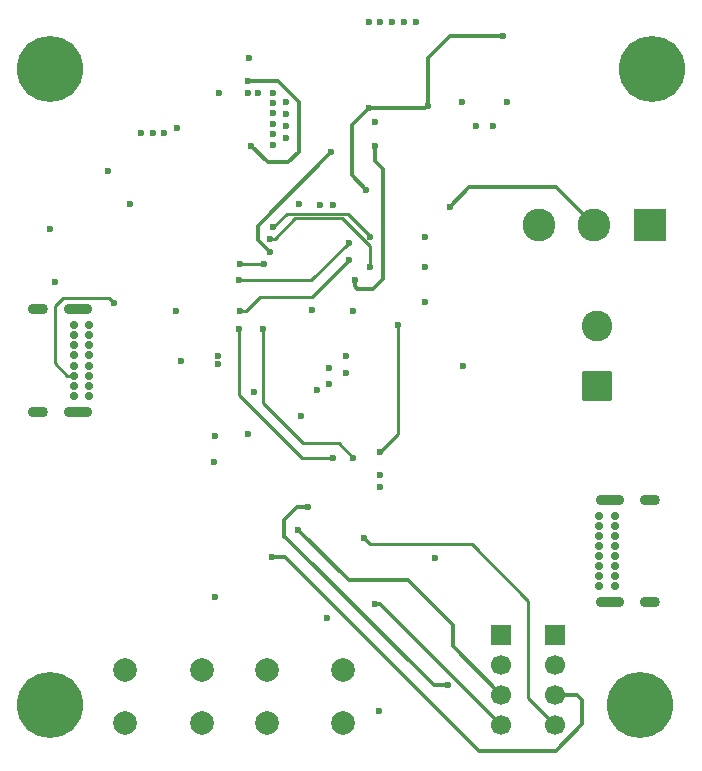
<source format=gbr>
%TF.GenerationSoftware,KiCad,Pcbnew,9.0.3*%
%TF.CreationDate,2025-07-28T19:21:27+02:00*%
%TF.ProjectId,USB_PD_JB,5553425f-5044-45f4-9a42-2e6b69636164,rev?*%
%TF.SameCoordinates,Original*%
%TF.FileFunction,Copper,L4,Bot*%
%TF.FilePolarity,Positive*%
%FSLAX46Y46*%
G04 Gerber Fmt 4.6, Leading zero omitted, Abs format (unit mm)*
G04 Created by KiCad (PCBNEW 9.0.3) date 2025-07-28 19:21:27*
%MOMM*%
%LPD*%
G01*
G04 APERTURE LIST*
G04 Aperture macros list*
%AMRoundRect*
0 Rectangle with rounded corners*
0 $1 Rounding radius*
0 $2 $3 $4 $5 $6 $7 $8 $9 X,Y pos of 4 corners*
0 Add a 4 corners polygon primitive as box body*
4,1,4,$2,$3,$4,$5,$6,$7,$8,$9,$2,$3,0*
0 Add four circle primitives for the rounded corners*
1,1,$1+$1,$2,$3*
1,1,$1+$1,$4,$5*
1,1,$1+$1,$6,$7*
1,1,$1+$1,$8,$9*
0 Add four rect primitives between the rounded corners*
20,1,$1+$1,$2,$3,$4,$5,0*
20,1,$1+$1,$4,$5,$6,$7,0*
20,1,$1+$1,$6,$7,$8,$9,0*
20,1,$1+$1,$8,$9,$2,$3,0*%
G04 Aperture macros list end*
%TA.AperFunction,ComponentPad*%
%ADD10C,2.000000*%
%TD*%
%TA.AperFunction,ComponentPad*%
%ADD11C,3.600000*%
%TD*%
%TA.AperFunction,ConnectorPad*%
%ADD12C,5.600000*%
%TD*%
%TA.AperFunction,ComponentPad*%
%ADD13R,1.700000X1.700000*%
%TD*%
%TA.AperFunction,ComponentPad*%
%ADD14C,1.700000*%
%TD*%
%TA.AperFunction,ComponentPad*%
%ADD15C,0.700000*%
%TD*%
%TA.AperFunction,ComponentPad*%
%ADD16O,2.400000X0.900000*%
%TD*%
%TA.AperFunction,ComponentPad*%
%ADD17O,1.700000X0.900000*%
%TD*%
%TA.AperFunction,ComponentPad*%
%ADD18R,2.775000X2.775000*%
%TD*%
%TA.AperFunction,ComponentPad*%
%ADD19C,2.775000*%
%TD*%
%TA.AperFunction,ComponentPad*%
%ADD20RoundRect,0.250000X1.050000X-1.050000X1.050000X1.050000X-1.050000X1.050000X-1.050000X-1.050000X0*%
%TD*%
%TA.AperFunction,ComponentPad*%
%ADD21C,2.600000*%
%TD*%
%TA.AperFunction,ViaPad*%
%ADD22C,0.600000*%
%TD*%
%TA.AperFunction,Conductor*%
%ADD23C,0.350000*%
%TD*%
%TA.AperFunction,Conductor*%
%ADD24C,0.250000*%
%TD*%
G04 APERTURE END LIST*
D10*
%TO.P,OK1,1,1*%
%TO.N,Net-(C10-Pad1)*%
X139350000Y-127900000D03*
X145850000Y-127900000D03*
%TO.P,OK1,2,2*%
%TO.N,+3.3V*%
X139350000Y-132400000D03*
X145850000Y-132400000D03*
%TD*%
D11*
%TO.P,H1,1,1*%
%TO.N,GND*%
X121000000Y-77000000D03*
D12*
X121000000Y-77000000D03*
%TD*%
D10*
%TO.P,MENU1,1,1*%
%TO.N,Net-(C9-Pad1)*%
X127350000Y-127900000D03*
X133850000Y-127900000D03*
%TO.P,MENU1,2,2*%
%TO.N,+3.3V*%
X127350000Y-132400000D03*
X133850000Y-132400000D03*
%TD*%
D13*
%TO.P,J5,1,Pin_1*%
%TO.N,+3.3V*%
X163800000Y-124900000D03*
D14*
%TO.P,J5,2,Pin_2*%
%TO.N,GND*%
X163800000Y-127440000D03*
%TO.P,J5,3,Pin_3*%
%TO.N,I2C_SDA*%
X163800000Y-129979999D03*
%TO.P,J5,4,Pin_4*%
%TO.N,I2C_SCL*%
X163800000Y-132520000D03*
%TD*%
D11*
%TO.P,H3,1,1*%
%TO.N,GND*%
X172000000Y-77000000D03*
D12*
X172000000Y-77000000D03*
%TD*%
D13*
%TO.P,J4,1,Pin_1*%
%TO.N,+3.3V*%
X159200000Y-124900000D03*
D14*
%TO.P,J4,2,Pin_2*%
%TO.N,GND*%
X159200000Y-127440000D03*
%TO.P,J4,3,Pin_3*%
%TO.N,/STM32G0/SWDIO*%
X159200000Y-129979999D03*
%TO.P,J4,4,Pin_4*%
%TO.N,/STM32G0/SWDCLK{slash}BOOT*%
X159200000Y-132520000D03*
%TD*%
D15*
%TO.P,J1,A1,GND*%
%TO.N,GND*%
X124360000Y-98700000D03*
%TO.P,J1,A4,VBUS*%
%TO.N,VBUS*%
X124360000Y-99550000D03*
%TO.P,J1,A5,CC1*%
%TO.N,/USB Stuff/CC1*%
X124360000Y-100400001D03*
%TO.P,J1,A6,D+*%
%TO.N,D_P*%
X124360000Y-101250000D03*
%TO.P,J1,A7,D-*%
%TO.N,D_N*%
X124360000Y-102100000D03*
%TO.P,J1,A8,SBU1*%
%TO.N,unconnected-(J1-SBU1-PadA8)*%
X124360000Y-102950000D03*
%TO.P,J1,A9,VBUS*%
%TO.N,VBUS*%
X124360000Y-103800001D03*
%TO.P,J1,A12,GND*%
%TO.N,GND*%
X124360000Y-104650000D03*
%TO.P,J1,B1,GND*%
X123010000Y-104650000D03*
%TO.P,J1,B4,VBUS*%
%TO.N,VBUS*%
X123010000Y-103800000D03*
%TO.P,J1,B5,CC2*%
%TO.N,/USB Stuff/CC2*%
X123010000Y-102950000D03*
%TO.P,J1,B6,D+*%
%TO.N,D_P*%
X123010000Y-102100000D03*
%TO.P,J1,B7,D-*%
%TO.N,D_N*%
X123010000Y-101250000D03*
%TO.P,J1,B8,SBU2*%
%TO.N,unconnected-(J1-SBU2-PadB8)*%
X123010000Y-100400000D03*
%TO.P,J1,B9,VBUS*%
%TO.N,VBUS*%
X123010000Y-99550000D03*
%TO.P,J1,B12,GND*%
%TO.N,GND*%
X123010000Y-98700000D03*
D16*
%TO.P,J1,S1,SHIELD*%
X123380000Y-97350000D03*
D17*
X120000000Y-97350000D03*
D16*
X123380000Y-106000000D03*
D17*
X120000000Y-106000000D03*
%TD*%
D18*
%TO.P,SW1,1,A*%
%TO.N,/USB Stuff/TERM_OUT*%
X171800000Y-90200000D03*
D19*
%TO.P,SW1,2,B*%
%TO.N,SHUNT_OUT*%
X167100000Y-90200000D03*
%TO.P,SW1,3,C*%
%TO.N,/USB Stuff/USB_OUT*%
X162400000Y-90200000D03*
%TD*%
D11*
%TO.P,H4,1,1*%
%TO.N,GND*%
X171000000Y-130800000D03*
D12*
X171000000Y-130800000D03*
%TD*%
D15*
%TO.P,J3,A1,GND*%
%TO.N,GND*%
X167475000Y-120775000D03*
%TO.P,J3,A4,VBUS*%
%TO.N,/USB Stuff/USB_OUT*%
X167475000Y-119925000D03*
%TO.P,J3,A5,CC1*%
%TO.N,unconnected-(J3-CC1-PadA5)*%
X167475000Y-119074999D03*
%TO.P,J3,A6,D+*%
%TO.N,unconnected-(J3-D+-PadA6)*%
X167475000Y-118225000D03*
%TO.P,J3,A7,D-*%
%TO.N,unconnected-(J3-D--PadA7)*%
X167475000Y-117375000D03*
%TO.P,J3,A8,SBU1*%
%TO.N,unconnected-(J3-SBU1-PadA8)*%
X167475000Y-116525000D03*
%TO.P,J3,A9,VBUS*%
%TO.N,/USB Stuff/USB_OUT*%
X167475000Y-115674999D03*
%TO.P,J3,A12,GND*%
%TO.N,GND*%
X167475000Y-114825000D03*
%TO.P,J3,B1,GND*%
X168825000Y-114825000D03*
%TO.P,J3,B4,VBUS*%
%TO.N,/USB Stuff/USB_OUT*%
X168825000Y-115675000D03*
%TO.P,J3,B5,CC2*%
%TO.N,unconnected-(J3-CC2-PadB5)*%
X168825000Y-116525000D03*
%TO.P,J3,B6,D+*%
%TO.N,unconnected-(J3-D+-PadB6)*%
X168825000Y-117375000D03*
%TO.P,J3,B7,D-*%
%TO.N,unconnected-(J3-D--PadB7)*%
X168825000Y-118225000D03*
%TO.P,J3,B8,SBU2*%
%TO.N,unconnected-(J3-SBU2-PadB8)*%
X168825000Y-119075000D03*
%TO.P,J3,B9,VBUS*%
%TO.N,/USB Stuff/USB_OUT*%
X168825000Y-119925000D03*
%TO.P,J3,B12,GND*%
%TO.N,GND*%
X168825000Y-120775000D03*
D16*
%TO.P,J3,S1,SHIELD*%
X168455000Y-122125000D03*
D17*
X171835000Y-122125000D03*
D16*
X168455000Y-113475000D03*
D17*
X171835000Y-113475000D03*
%TD*%
D11*
%TO.P,H2,1,1*%
%TO.N,GND*%
X121000000Y-130800000D03*
D12*
X121000000Y-130800000D03*
%TD*%
D20*
%TO.P,J2,1,Pin_1*%
%TO.N,/USB Stuff/TERM_OUT*%
X167372500Y-103845001D03*
D21*
%TO.P,J2,2,Pin_2*%
%TO.N,GND*%
X167372500Y-98765002D03*
%TD*%
D22*
%TO.N,/STM32G0/SWDCLK{slash}BOOT*%
X148550000Y-122300000D03*
%TO.N,+3.3V*%
X137800000Y-78050001D03*
X138050000Y-83500000D03*
%TO.N,GND*%
X144500000Y-123500000D03*
X137800000Y-79000000D03*
X135200000Y-101300000D03*
X141000000Y-81800000D03*
X146700000Y-97500000D03*
X152800000Y-91200000D03*
X141000000Y-82800000D03*
X149000000Y-112350000D03*
X149000000Y-111400000D03*
X141000000Y-80800000D03*
X135000000Y-121700000D03*
X138250000Y-104350000D03*
X132100000Y-101700000D03*
X139900000Y-82520000D03*
X129700000Y-82400000D03*
X152800000Y-96700000D03*
X148000000Y-73000000D03*
X137775000Y-107900000D03*
X148900000Y-131350000D03*
X139900000Y-81640000D03*
X143200000Y-97400000D03*
X139900000Y-79000000D03*
X121400000Y-95000000D03*
X142100000Y-88400000D03*
X138600000Y-79000000D03*
X150000000Y-73000000D03*
X143600000Y-104200000D03*
X130700000Y-82400000D03*
X146100000Y-101300000D03*
X128700000Y-82400000D03*
X142300000Y-106350000D03*
X155900000Y-79800000D03*
X137900000Y-76100000D03*
X146100000Y-102700000D03*
X159700000Y-79800000D03*
X139900000Y-83400000D03*
X151000000Y-73000000D03*
X141000000Y-79800000D03*
X139900000Y-79880000D03*
X152800000Y-93800000D03*
X149000000Y-73000000D03*
X131700000Y-97500000D03*
X131800000Y-82000000D03*
X139900000Y-80760000D03*
X148500000Y-81500000D03*
X135300000Y-79000000D03*
X120981250Y-90500000D03*
X152000000Y-73000000D03*
X127800000Y-88400000D03*
X135000000Y-108100000D03*
X153600000Y-118400000D03*
X125900000Y-85600000D03*
X134900000Y-110300000D03*
X156000000Y-102150000D03*
X135200000Y-102000000D03*
%TO.N,Net-(Q1-D)*%
X148500000Y-83500000D03*
X146800000Y-94850000D03*
%TO.N,/USB Stuff/CC2*%
X126400000Y-96800000D03*
X137000000Y-94900000D03*
X146300000Y-91700000D03*
%TO.N,/USB Stuff/CC1*%
X146300000Y-93200000D03*
X137100000Y-97500000D03*
%TO.N,/STM32G0/SWDIO*%
X142050000Y-116000000D03*
%TO.N,Net-(Q1-G)*%
X147800000Y-87200000D03*
X148000000Y-80300000D03*
X159400000Y-74200000D03*
X153000000Y-80100000D03*
%TO.N,/USB Stuff/VBUS_VS_DISCH*%
X139100000Y-93487500D03*
X137100000Y-93500000D03*
%TO.N,ST_RESET*%
X150500000Y-98650000D03*
X148950000Y-109450000D03*
%TO.N,Net-(U1-ADDR0)*%
X139650000Y-91350000D03*
X148100000Y-93750000D03*
%TO.N,Net-(U1-ADDR1)*%
X148100000Y-91200000D03*
X139900000Y-90400000D03*
%TO.N,Net-(U1-VBUS_EN_SNK)*%
X144837500Y-84012500D03*
X139650000Y-92500000D03*
%TO.N,SHUNT_OUT*%
X154850000Y-88650000D03*
%TO.N,/STM32G0/RESET*%
X142850000Y-114100000D03*
X154700000Y-129150000D03*
%TO.N,I2C_SCL*%
X144650000Y-103650000D03*
X158500000Y-81850000D03*
X144950000Y-88500000D03*
X147600000Y-116700000D03*
%TO.N,I2C_SDA*%
X143900000Y-88500000D03*
X157100000Y-81850000D03*
X144650000Y-102350000D03*
X139850000Y-118300000D03*
%TO.N,TXD_MCU*%
X137025000Y-98975000D03*
X144950000Y-109900000D03*
%TO.N,RXD_MCU*%
X139025000Y-99025000D03*
X146650000Y-109900000D03*
%TD*%
D23*
%TO.N,/STM32G0/SWDCLK{slash}BOOT*%
X148550000Y-122300000D02*
X148980000Y-122300000D01*
X148980000Y-122300000D02*
X159200000Y-132520000D01*
%TO.N,+3.3V*%
X142100000Y-84000000D02*
X141200000Y-84900000D01*
X141200000Y-84900000D02*
X139450000Y-84900000D01*
X139450000Y-84900000D02*
X138050000Y-83500000D01*
X142100000Y-79800000D02*
X142100000Y-84000000D01*
X137800000Y-78050001D02*
X140350001Y-78050001D01*
X140350001Y-78050001D02*
X142100000Y-79800000D01*
%TO.N,Net-(Q1-D)*%
X149250000Y-85500000D02*
X149250000Y-94800000D01*
X148500000Y-83500000D02*
X148500000Y-84750000D01*
X146800000Y-95400000D02*
X146800000Y-94850000D01*
X148400000Y-95650000D02*
X147050000Y-95650000D01*
X149250000Y-94800000D02*
X148400000Y-95650000D01*
X148500000Y-84750000D02*
X149250000Y-85500000D01*
X147050000Y-95650000D02*
X146800000Y-95400000D01*
D24*
%TO.N,/USB Stuff/CC2*%
X122450000Y-102950000D02*
X121400000Y-101900000D01*
X121400000Y-97100000D02*
X122100000Y-96400000D01*
X126000000Y-96400000D02*
X126400000Y-96800000D01*
X121400000Y-101900000D02*
X121400000Y-97100000D01*
X122100000Y-96400000D02*
X126000000Y-96400000D01*
X143100000Y-94900000D02*
X137000000Y-94900000D01*
X123010000Y-102950000D02*
X122450000Y-102950000D01*
X146300000Y-91700000D02*
X143100000Y-94900000D01*
%TO.N,/USB Stuff/CC1*%
X143200000Y-96300000D02*
X138800000Y-96300000D01*
X146300000Y-93200000D02*
X143200000Y-96300000D01*
X137600000Y-97500000D02*
X137100000Y-97500000D01*
X138800000Y-96300000D02*
X137600000Y-97500000D01*
D23*
%TO.N,/STM32G0/SWDIO*%
X146300000Y-120250000D02*
X151300000Y-120250000D01*
X151300000Y-120250000D02*
X155100000Y-124050000D01*
X155100000Y-125879999D02*
X159200000Y-129979999D01*
X142050000Y-116000000D02*
X146300000Y-120250000D01*
X155100000Y-124050000D02*
X155100000Y-125879999D01*
%TO.N,Net-(Q1-G)*%
X152800000Y-80300000D02*
X153000000Y-80100000D01*
X148000000Y-80300000D02*
X152800000Y-80300000D01*
X148000000Y-80300000D02*
X146600000Y-81700000D01*
X159400000Y-74200000D02*
X154900000Y-74200000D01*
X154900000Y-74200000D02*
X153000000Y-76100000D01*
X146600000Y-86000000D02*
X147800000Y-87200000D01*
X146600000Y-81700000D02*
X146600000Y-86000000D01*
X153000000Y-76100000D02*
X153000000Y-80100000D01*
D24*
%TO.N,/USB Stuff/VBUS_VS_DISCH*%
X139100000Y-93487500D02*
X137112500Y-93487500D01*
%TO.N,ST_RESET*%
X148950000Y-109450000D02*
X150500000Y-107900000D01*
X150500000Y-107900000D02*
X150500000Y-98650000D01*
%TO.N,Net-(U1-ADDR0)*%
X148100000Y-92000000D02*
X145700000Y-89600000D01*
X141800000Y-89600000D02*
X140050000Y-91350000D01*
X145700000Y-89600000D02*
X141800000Y-89600000D01*
X148100000Y-93750000D02*
X148100000Y-92000000D01*
X140050000Y-91350000D02*
X139650000Y-91350000D01*
%TO.N,Net-(U1-ADDR1)*%
X139900000Y-90400000D02*
X141050000Y-89250000D01*
X148100000Y-91100000D02*
X148100000Y-91200000D01*
X141050000Y-89250000D02*
X146250000Y-89250000D01*
X146250000Y-89250000D02*
X148100000Y-91100000D01*
D23*
%TO.N,Net-(U1-VBUS_EN_SNK)*%
X144837500Y-84012500D02*
X138600000Y-90250000D01*
X138600000Y-91450000D02*
X139650000Y-92500000D01*
X138600000Y-90250000D02*
X138600000Y-91450000D01*
%TO.N,SHUNT_OUT*%
X167100000Y-90200000D02*
X163900000Y-87000000D01*
X156500000Y-87000000D02*
X154850000Y-88650000D01*
X163900000Y-87000000D02*
X156500000Y-87000000D01*
%TO.N,/STM32G0/RESET*%
X142850000Y-114100000D02*
X141900000Y-114100000D01*
X140950000Y-116600000D02*
X153500000Y-129150000D01*
X140850000Y-115150000D02*
X140850000Y-116600000D01*
X153500000Y-129150000D02*
X154700000Y-129150000D01*
X140850000Y-116600000D02*
X140950000Y-116600000D01*
X141900000Y-114100000D02*
X140850000Y-115150000D01*
D24*
%TO.N,I2C_SCL*%
X156750000Y-117250000D02*
X161500000Y-122000000D01*
X148150000Y-117250000D02*
X156750000Y-117250000D01*
X147600000Y-116700000D02*
X148150000Y-117250000D01*
X161500000Y-130220000D02*
X163800000Y-132520000D01*
X161500000Y-122000000D02*
X161500000Y-130220000D01*
D23*
%TO.N,I2C_SDA*%
X163850000Y-134700000D02*
X166100000Y-132450000D01*
X166100000Y-132450000D02*
X166100000Y-130450000D01*
X166100000Y-130450000D02*
X165629999Y-129979999D01*
X157300000Y-134700000D02*
X163850000Y-134700000D01*
X139850000Y-118300000D02*
X140900000Y-118300000D01*
X140900000Y-118300000D02*
X157300000Y-134700000D01*
X165629999Y-129979999D02*
X163800000Y-129979999D01*
D24*
%TO.N,TXD_MCU*%
X144950000Y-109900000D02*
X142350000Y-109900000D01*
X137025000Y-104575000D02*
X137025000Y-98975000D01*
X142350000Y-109900000D02*
X137025000Y-104575000D01*
%TO.N,RXD_MCU*%
X139025000Y-99025000D02*
X139025000Y-105275000D01*
X142400000Y-108650000D02*
X145450000Y-108650000D01*
X145450000Y-108700000D02*
X146650000Y-109900000D01*
X139025000Y-105275000D02*
X142400000Y-108650000D01*
X145450000Y-108650000D02*
X145450000Y-108700000D01*
%TD*%
M02*

</source>
